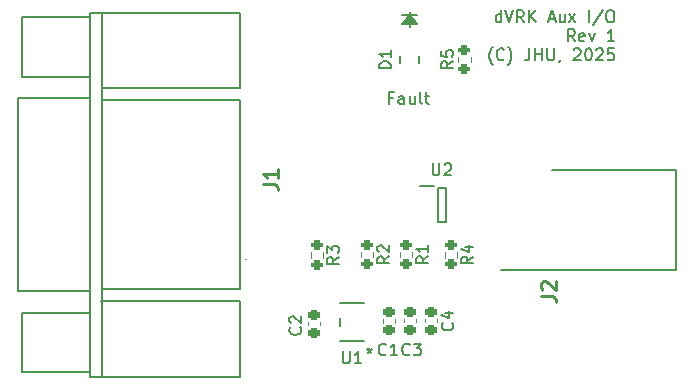
<source format=gto>
G04 #@! TF.GenerationSoftware,KiCad,Pcbnew,9.0.6*
G04 #@! TF.CreationDate,2026-02-17T21:16:07-05:00*
G04 #@! TF.ProjectId,dvrk-ios,6476726b-2d69-46f7-932e-6b696361645f,rev?*
G04 #@! TF.SameCoordinates,Original*
G04 #@! TF.FileFunction,Legend,Top*
G04 #@! TF.FilePolarity,Positive*
%FSLAX46Y46*%
G04 Gerber Fmt 4.6, Leading zero omitted, Abs format (unit mm)*
G04 Created by KiCad (PCBNEW 9.0.6) date 2026-02-17 21:16:07*
%MOMM*%
%LPD*%
G01*
G04 APERTURE LIST*
G04 Aperture macros list*
%AMRoundRect*
0 Rectangle with rounded corners*
0 $1 Rounding radius*
0 $2 $3 $4 $5 $6 $7 $8 $9 X,Y pos of 4 corners*
0 Add a 4 corners polygon primitive as box body*
4,1,4,$2,$3,$4,$5,$6,$7,$8,$9,$2,$3,0*
0 Add four circle primitives for the rounded corners*
1,1,$1+$1,$2,$3*
1,1,$1+$1,$4,$5*
1,1,$1+$1,$6,$7*
1,1,$1+$1,$8,$9*
0 Add four rect primitives between the rounded corners*
20,1,$1+$1,$2,$3,$4,$5,0*
20,1,$1+$1,$4,$5,$6,$7,0*
20,1,$1+$1,$6,$7,$8,$9,0*
20,1,$1+$1,$8,$9,$2,$3,0*%
G04 Aperture macros list end*
%ADD10C,0.200000*%
%ADD11C,0.150000*%
%ADD12C,0.254000*%
%ADD13C,0.120000*%
%ADD14C,0.100000*%
%ADD15C,0.152400*%
%ADD16R,1.575000X1.575000*%
%ADD17C,1.575000*%
%ADD18RoundRect,0.225000X0.250000X-0.225000X0.250000X0.225000X-0.250000X0.225000X-0.250000X-0.225000X0*%
%ADD19R,1.150000X0.600000*%
%ADD20RoundRect,0.200000X-0.275000X0.200000X-0.275000X-0.200000X0.275000X-0.200000X0.275000X0.200000X0*%
%ADD21RoundRect,0.225000X-0.250000X0.225000X-0.250000X-0.225000X0.250000X-0.225000X0.250000X0.225000X0*%
%ADD22R,1.530000X1.530000*%
%ADD23C,1.530000*%
%ADD24C,4.770000*%
%ADD25R,1.450000X1.100001*%
%ADD26R,0.977900X0.508000*%
%ADD27RoundRect,0.200000X0.275000X-0.200000X0.275000X0.200000X-0.275000X0.200000X-0.275000X-0.200000X0*%
G04 APERTURE END LIST*
D10*
X58953006Y-26543409D02*
X58619673Y-26543409D01*
X58619673Y-27067219D02*
X58619673Y-26067219D01*
X58619673Y-26067219D02*
X59095863Y-26067219D01*
X59905387Y-27067219D02*
X59905387Y-26543409D01*
X59905387Y-26543409D02*
X59857768Y-26448171D01*
X59857768Y-26448171D02*
X59762530Y-26400552D01*
X59762530Y-26400552D02*
X59572054Y-26400552D01*
X59572054Y-26400552D02*
X59476816Y-26448171D01*
X59905387Y-27019600D02*
X59810149Y-27067219D01*
X59810149Y-27067219D02*
X59572054Y-27067219D01*
X59572054Y-27067219D02*
X59476816Y-27019600D01*
X59476816Y-27019600D02*
X59429197Y-26924361D01*
X59429197Y-26924361D02*
X59429197Y-26829123D01*
X59429197Y-26829123D02*
X59476816Y-26733885D01*
X59476816Y-26733885D02*
X59572054Y-26686266D01*
X59572054Y-26686266D02*
X59810149Y-26686266D01*
X59810149Y-26686266D02*
X59905387Y-26638647D01*
X60810149Y-26400552D02*
X60810149Y-27067219D01*
X60381578Y-26400552D02*
X60381578Y-26924361D01*
X60381578Y-26924361D02*
X60429197Y-27019600D01*
X60429197Y-27019600D02*
X60524435Y-27067219D01*
X60524435Y-27067219D02*
X60667292Y-27067219D01*
X60667292Y-27067219D02*
X60762530Y-27019600D01*
X60762530Y-27019600D02*
X60810149Y-26971980D01*
X61429197Y-27067219D02*
X61333959Y-27019600D01*
X61333959Y-27019600D02*
X61286340Y-26924361D01*
X61286340Y-26924361D02*
X61286340Y-26067219D01*
X61667293Y-26400552D02*
X62048245Y-26400552D01*
X61810150Y-26067219D02*
X61810150Y-26924361D01*
X61810150Y-26924361D02*
X61857769Y-27019600D01*
X61857769Y-27019600D02*
X61953007Y-27067219D01*
X61953007Y-27067219D02*
X62048245Y-27067219D01*
D11*
X68139410Y-20149931D02*
X68139410Y-19149931D01*
X68139410Y-20102312D02*
X68044172Y-20149931D01*
X68044172Y-20149931D02*
X67853696Y-20149931D01*
X67853696Y-20149931D02*
X67758458Y-20102312D01*
X67758458Y-20102312D02*
X67710839Y-20054692D01*
X67710839Y-20054692D02*
X67663220Y-19959454D01*
X67663220Y-19959454D02*
X67663220Y-19673740D01*
X67663220Y-19673740D02*
X67710839Y-19578502D01*
X67710839Y-19578502D02*
X67758458Y-19530883D01*
X67758458Y-19530883D02*
X67853696Y-19483264D01*
X67853696Y-19483264D02*
X68044172Y-19483264D01*
X68044172Y-19483264D02*
X68139410Y-19530883D01*
X68472744Y-19149931D02*
X68806077Y-20149931D01*
X68806077Y-20149931D02*
X69139410Y-19149931D01*
X70044172Y-20149931D02*
X69710839Y-19673740D01*
X69472744Y-20149931D02*
X69472744Y-19149931D01*
X69472744Y-19149931D02*
X69853696Y-19149931D01*
X69853696Y-19149931D02*
X69948934Y-19197550D01*
X69948934Y-19197550D02*
X69996553Y-19245169D01*
X69996553Y-19245169D02*
X70044172Y-19340407D01*
X70044172Y-19340407D02*
X70044172Y-19483264D01*
X70044172Y-19483264D02*
X69996553Y-19578502D01*
X69996553Y-19578502D02*
X69948934Y-19626121D01*
X69948934Y-19626121D02*
X69853696Y-19673740D01*
X69853696Y-19673740D02*
X69472744Y-19673740D01*
X70472744Y-20149931D02*
X70472744Y-19149931D01*
X71044172Y-20149931D02*
X70615601Y-19578502D01*
X71044172Y-19149931D02*
X70472744Y-19721359D01*
X72187030Y-19864216D02*
X72663220Y-19864216D01*
X72091792Y-20149931D02*
X72425125Y-19149931D01*
X72425125Y-19149931D02*
X72758458Y-20149931D01*
X73520363Y-19483264D02*
X73520363Y-20149931D01*
X73091792Y-19483264D02*
X73091792Y-20007073D01*
X73091792Y-20007073D02*
X73139411Y-20102312D01*
X73139411Y-20102312D02*
X73234649Y-20149931D01*
X73234649Y-20149931D02*
X73377506Y-20149931D01*
X73377506Y-20149931D02*
X73472744Y-20102312D01*
X73472744Y-20102312D02*
X73520363Y-20054692D01*
X73901316Y-20149931D02*
X74425125Y-19483264D01*
X73901316Y-19483264D02*
X74425125Y-20149931D01*
X75567983Y-20149931D02*
X75567983Y-19149931D01*
X76758458Y-19102312D02*
X75901316Y-20388026D01*
X77282268Y-19149931D02*
X77472744Y-19149931D01*
X77472744Y-19149931D02*
X77567982Y-19197550D01*
X77567982Y-19197550D02*
X77663220Y-19292788D01*
X77663220Y-19292788D02*
X77710839Y-19483264D01*
X77710839Y-19483264D02*
X77710839Y-19816597D01*
X77710839Y-19816597D02*
X77663220Y-20007073D01*
X77663220Y-20007073D02*
X77567982Y-20102312D01*
X77567982Y-20102312D02*
X77472744Y-20149931D01*
X77472744Y-20149931D02*
X77282268Y-20149931D01*
X77282268Y-20149931D02*
X77187030Y-20102312D01*
X77187030Y-20102312D02*
X77091792Y-20007073D01*
X77091792Y-20007073D02*
X77044173Y-19816597D01*
X77044173Y-19816597D02*
X77044173Y-19483264D01*
X77044173Y-19483264D02*
X77091792Y-19292788D01*
X77091792Y-19292788D02*
X77187030Y-19197550D01*
X77187030Y-19197550D02*
X77282268Y-19149931D01*
X74377505Y-21759875D02*
X74044172Y-21283684D01*
X73806077Y-21759875D02*
X73806077Y-20759875D01*
X73806077Y-20759875D02*
X74187029Y-20759875D01*
X74187029Y-20759875D02*
X74282267Y-20807494D01*
X74282267Y-20807494D02*
X74329886Y-20855113D01*
X74329886Y-20855113D02*
X74377505Y-20950351D01*
X74377505Y-20950351D02*
X74377505Y-21093208D01*
X74377505Y-21093208D02*
X74329886Y-21188446D01*
X74329886Y-21188446D02*
X74282267Y-21236065D01*
X74282267Y-21236065D02*
X74187029Y-21283684D01*
X74187029Y-21283684D02*
X73806077Y-21283684D01*
X75187029Y-21712256D02*
X75091791Y-21759875D01*
X75091791Y-21759875D02*
X74901315Y-21759875D01*
X74901315Y-21759875D02*
X74806077Y-21712256D01*
X74806077Y-21712256D02*
X74758458Y-21617017D01*
X74758458Y-21617017D02*
X74758458Y-21236065D01*
X74758458Y-21236065D02*
X74806077Y-21140827D01*
X74806077Y-21140827D02*
X74901315Y-21093208D01*
X74901315Y-21093208D02*
X75091791Y-21093208D01*
X75091791Y-21093208D02*
X75187029Y-21140827D01*
X75187029Y-21140827D02*
X75234648Y-21236065D01*
X75234648Y-21236065D02*
X75234648Y-21331303D01*
X75234648Y-21331303D02*
X74758458Y-21426541D01*
X75567982Y-21093208D02*
X75806077Y-21759875D01*
X75806077Y-21759875D02*
X76044172Y-21093208D01*
X77710839Y-21759875D02*
X77139411Y-21759875D01*
X77425125Y-21759875D02*
X77425125Y-20759875D01*
X77425125Y-20759875D02*
X77329887Y-20902732D01*
X77329887Y-20902732D02*
X77234649Y-20997970D01*
X77234649Y-20997970D02*
X77139411Y-21045589D01*
X67425124Y-23750771D02*
X67377505Y-23703152D01*
X67377505Y-23703152D02*
X67282267Y-23560295D01*
X67282267Y-23560295D02*
X67234648Y-23465057D01*
X67234648Y-23465057D02*
X67187029Y-23322200D01*
X67187029Y-23322200D02*
X67139410Y-23084104D01*
X67139410Y-23084104D02*
X67139410Y-22893628D01*
X67139410Y-22893628D02*
X67187029Y-22655533D01*
X67187029Y-22655533D02*
X67234648Y-22512676D01*
X67234648Y-22512676D02*
X67282267Y-22417438D01*
X67282267Y-22417438D02*
X67377505Y-22274580D01*
X67377505Y-22274580D02*
X67425124Y-22226961D01*
X68377505Y-23274580D02*
X68329886Y-23322200D01*
X68329886Y-23322200D02*
X68187029Y-23369819D01*
X68187029Y-23369819D02*
X68091791Y-23369819D01*
X68091791Y-23369819D02*
X67948934Y-23322200D01*
X67948934Y-23322200D02*
X67853696Y-23226961D01*
X67853696Y-23226961D02*
X67806077Y-23131723D01*
X67806077Y-23131723D02*
X67758458Y-22941247D01*
X67758458Y-22941247D02*
X67758458Y-22798390D01*
X67758458Y-22798390D02*
X67806077Y-22607914D01*
X67806077Y-22607914D02*
X67853696Y-22512676D01*
X67853696Y-22512676D02*
X67948934Y-22417438D01*
X67948934Y-22417438D02*
X68091791Y-22369819D01*
X68091791Y-22369819D02*
X68187029Y-22369819D01*
X68187029Y-22369819D02*
X68329886Y-22417438D01*
X68329886Y-22417438D02*
X68377505Y-22465057D01*
X68710839Y-23750771D02*
X68758458Y-23703152D01*
X68758458Y-23703152D02*
X68853696Y-23560295D01*
X68853696Y-23560295D02*
X68901315Y-23465057D01*
X68901315Y-23465057D02*
X68948934Y-23322200D01*
X68948934Y-23322200D02*
X68996553Y-23084104D01*
X68996553Y-23084104D02*
X68996553Y-22893628D01*
X68996553Y-22893628D02*
X68948934Y-22655533D01*
X68948934Y-22655533D02*
X68901315Y-22512676D01*
X68901315Y-22512676D02*
X68853696Y-22417438D01*
X68853696Y-22417438D02*
X68758458Y-22274580D01*
X68758458Y-22274580D02*
X68710839Y-22226961D01*
X70520363Y-22369819D02*
X70520363Y-23084104D01*
X70520363Y-23084104D02*
X70472744Y-23226961D01*
X70472744Y-23226961D02*
X70377506Y-23322200D01*
X70377506Y-23322200D02*
X70234649Y-23369819D01*
X70234649Y-23369819D02*
X70139411Y-23369819D01*
X70996554Y-23369819D02*
X70996554Y-22369819D01*
X70996554Y-22846009D02*
X71567982Y-22846009D01*
X71567982Y-23369819D02*
X71567982Y-22369819D01*
X72044173Y-22369819D02*
X72044173Y-23179342D01*
X72044173Y-23179342D02*
X72091792Y-23274580D01*
X72091792Y-23274580D02*
X72139411Y-23322200D01*
X72139411Y-23322200D02*
X72234649Y-23369819D01*
X72234649Y-23369819D02*
X72425125Y-23369819D01*
X72425125Y-23369819D02*
X72520363Y-23322200D01*
X72520363Y-23322200D02*
X72567982Y-23274580D01*
X72567982Y-23274580D02*
X72615601Y-23179342D01*
X72615601Y-23179342D02*
X72615601Y-22369819D01*
X73139411Y-23322200D02*
X73139411Y-23369819D01*
X73139411Y-23369819D02*
X73091792Y-23465057D01*
X73091792Y-23465057D02*
X73044173Y-23512676D01*
X74282268Y-22465057D02*
X74329887Y-22417438D01*
X74329887Y-22417438D02*
X74425125Y-22369819D01*
X74425125Y-22369819D02*
X74663220Y-22369819D01*
X74663220Y-22369819D02*
X74758458Y-22417438D01*
X74758458Y-22417438D02*
X74806077Y-22465057D01*
X74806077Y-22465057D02*
X74853696Y-22560295D01*
X74853696Y-22560295D02*
X74853696Y-22655533D01*
X74853696Y-22655533D02*
X74806077Y-22798390D01*
X74806077Y-22798390D02*
X74234649Y-23369819D01*
X74234649Y-23369819D02*
X74853696Y-23369819D01*
X75472744Y-22369819D02*
X75567982Y-22369819D01*
X75567982Y-22369819D02*
X75663220Y-22417438D01*
X75663220Y-22417438D02*
X75710839Y-22465057D01*
X75710839Y-22465057D02*
X75758458Y-22560295D01*
X75758458Y-22560295D02*
X75806077Y-22750771D01*
X75806077Y-22750771D02*
X75806077Y-22988866D01*
X75806077Y-22988866D02*
X75758458Y-23179342D01*
X75758458Y-23179342D02*
X75710839Y-23274580D01*
X75710839Y-23274580D02*
X75663220Y-23322200D01*
X75663220Y-23322200D02*
X75567982Y-23369819D01*
X75567982Y-23369819D02*
X75472744Y-23369819D01*
X75472744Y-23369819D02*
X75377506Y-23322200D01*
X75377506Y-23322200D02*
X75329887Y-23274580D01*
X75329887Y-23274580D02*
X75282268Y-23179342D01*
X75282268Y-23179342D02*
X75234649Y-22988866D01*
X75234649Y-22988866D02*
X75234649Y-22750771D01*
X75234649Y-22750771D02*
X75282268Y-22560295D01*
X75282268Y-22560295D02*
X75329887Y-22465057D01*
X75329887Y-22465057D02*
X75377506Y-22417438D01*
X75377506Y-22417438D02*
X75472744Y-22369819D01*
X76187030Y-22465057D02*
X76234649Y-22417438D01*
X76234649Y-22417438D02*
X76329887Y-22369819D01*
X76329887Y-22369819D02*
X76567982Y-22369819D01*
X76567982Y-22369819D02*
X76663220Y-22417438D01*
X76663220Y-22417438D02*
X76710839Y-22465057D01*
X76710839Y-22465057D02*
X76758458Y-22560295D01*
X76758458Y-22560295D02*
X76758458Y-22655533D01*
X76758458Y-22655533D02*
X76710839Y-22798390D01*
X76710839Y-22798390D02*
X76139411Y-23369819D01*
X76139411Y-23369819D02*
X76758458Y-23369819D01*
X77663220Y-22369819D02*
X77187030Y-22369819D01*
X77187030Y-22369819D02*
X77139411Y-22846009D01*
X77139411Y-22846009D02*
X77187030Y-22798390D01*
X77187030Y-22798390D02*
X77282268Y-22750771D01*
X77282268Y-22750771D02*
X77520363Y-22750771D01*
X77520363Y-22750771D02*
X77615601Y-22798390D01*
X77615601Y-22798390D02*
X77663220Y-22846009D01*
X77663220Y-22846009D02*
X77710839Y-22941247D01*
X77710839Y-22941247D02*
X77710839Y-23179342D01*
X77710839Y-23179342D02*
X77663220Y-23274580D01*
X77663220Y-23274580D02*
X77615601Y-23322200D01*
X77615601Y-23322200D02*
X77520363Y-23369819D01*
X77520363Y-23369819D02*
X77282268Y-23369819D01*
X77282268Y-23369819D02*
X77187030Y-23322200D01*
X77187030Y-23322200D02*
X77139411Y-23274580D01*
D12*
X71504318Y-43323332D02*
X72411461Y-43323332D01*
X72411461Y-43323332D02*
X72592889Y-43383809D01*
X72592889Y-43383809D02*
X72713842Y-43504761D01*
X72713842Y-43504761D02*
X72774318Y-43686190D01*
X72774318Y-43686190D02*
X72774318Y-43807142D01*
X71625270Y-42779047D02*
X71564794Y-42718571D01*
X71564794Y-42718571D02*
X71504318Y-42597618D01*
X71504318Y-42597618D02*
X71504318Y-42295237D01*
X71504318Y-42295237D02*
X71564794Y-42174285D01*
X71564794Y-42174285D02*
X71625270Y-42113809D01*
X71625270Y-42113809D02*
X71746222Y-42053332D01*
X71746222Y-42053332D02*
X71867175Y-42053332D01*
X71867175Y-42053332D02*
X72048603Y-42113809D01*
X72048603Y-42113809D02*
X72774318Y-42839523D01*
X72774318Y-42839523D02*
X72774318Y-42053332D01*
D11*
X51109580Y-45982246D02*
X51157200Y-46029865D01*
X51157200Y-46029865D02*
X51204819Y-46172722D01*
X51204819Y-46172722D02*
X51204819Y-46267960D01*
X51204819Y-46267960D02*
X51157200Y-46410817D01*
X51157200Y-46410817D02*
X51061961Y-46506055D01*
X51061961Y-46506055D02*
X50966723Y-46553674D01*
X50966723Y-46553674D02*
X50776247Y-46601293D01*
X50776247Y-46601293D02*
X50633390Y-46601293D01*
X50633390Y-46601293D02*
X50442914Y-46553674D01*
X50442914Y-46553674D02*
X50347676Y-46506055D01*
X50347676Y-46506055D02*
X50252438Y-46410817D01*
X50252438Y-46410817D02*
X50204819Y-46267960D01*
X50204819Y-46267960D02*
X50204819Y-46172722D01*
X50204819Y-46172722D02*
X50252438Y-46029865D01*
X50252438Y-46029865D02*
X50300057Y-45982246D01*
X50300057Y-45601293D02*
X50252438Y-45553674D01*
X50252438Y-45553674D02*
X50204819Y-45458436D01*
X50204819Y-45458436D02*
X50204819Y-45220341D01*
X50204819Y-45220341D02*
X50252438Y-45125103D01*
X50252438Y-45125103D02*
X50300057Y-45077484D01*
X50300057Y-45077484D02*
X50395295Y-45029865D01*
X50395295Y-45029865D02*
X50490533Y-45029865D01*
X50490533Y-45029865D02*
X50633390Y-45077484D01*
X50633390Y-45077484D02*
X51204819Y-45648912D01*
X51204819Y-45648912D02*
X51204819Y-45029865D01*
X62338095Y-32104819D02*
X62338095Y-32914342D01*
X62338095Y-32914342D02*
X62385714Y-33009580D01*
X62385714Y-33009580D02*
X62433333Y-33057200D01*
X62433333Y-33057200D02*
X62528571Y-33104819D01*
X62528571Y-33104819D02*
X62719047Y-33104819D01*
X62719047Y-33104819D02*
X62814285Y-33057200D01*
X62814285Y-33057200D02*
X62861904Y-33009580D01*
X62861904Y-33009580D02*
X62909523Y-32914342D01*
X62909523Y-32914342D02*
X62909523Y-32104819D01*
X63338095Y-32200057D02*
X63385714Y-32152438D01*
X63385714Y-32152438D02*
X63480952Y-32104819D01*
X63480952Y-32104819D02*
X63719047Y-32104819D01*
X63719047Y-32104819D02*
X63814285Y-32152438D01*
X63814285Y-32152438D02*
X63861904Y-32200057D01*
X63861904Y-32200057D02*
X63909523Y-32295295D01*
X63909523Y-32295295D02*
X63909523Y-32390533D01*
X63909523Y-32390533D02*
X63861904Y-32533390D01*
X63861904Y-32533390D02*
X63290476Y-33104819D01*
X63290476Y-33104819D02*
X63909523Y-33104819D01*
X65754769Y-39996716D02*
X65278578Y-40330049D01*
X65754769Y-40568144D02*
X64754769Y-40568144D01*
X64754769Y-40568144D02*
X64754769Y-40187192D01*
X64754769Y-40187192D02*
X64802388Y-40091954D01*
X64802388Y-40091954D02*
X64850007Y-40044335D01*
X64850007Y-40044335D02*
X64945245Y-39996716D01*
X64945245Y-39996716D02*
X65088102Y-39996716D01*
X65088102Y-39996716D02*
X65183340Y-40044335D01*
X65183340Y-40044335D02*
X65230959Y-40091954D01*
X65230959Y-40091954D02*
X65278578Y-40187192D01*
X65278578Y-40187192D02*
X65278578Y-40568144D01*
X65088102Y-39139573D02*
X65754769Y-39139573D01*
X64707150Y-39377668D02*
X65421435Y-39615763D01*
X65421435Y-39615763D02*
X65421435Y-38996716D01*
X54404769Y-40021716D02*
X53928578Y-40355049D01*
X54404769Y-40593144D02*
X53404769Y-40593144D01*
X53404769Y-40593144D02*
X53404769Y-40212192D01*
X53404769Y-40212192D02*
X53452388Y-40116954D01*
X53452388Y-40116954D02*
X53500007Y-40069335D01*
X53500007Y-40069335D02*
X53595245Y-40021716D01*
X53595245Y-40021716D02*
X53738102Y-40021716D01*
X53738102Y-40021716D02*
X53833340Y-40069335D01*
X53833340Y-40069335D02*
X53880959Y-40116954D01*
X53880959Y-40116954D02*
X53928578Y-40212192D01*
X53928578Y-40212192D02*
X53928578Y-40593144D01*
X53404769Y-39688382D02*
X53404769Y-39069335D01*
X53404769Y-39069335D02*
X53785721Y-39402668D01*
X53785721Y-39402668D02*
X53785721Y-39259811D01*
X53785721Y-39259811D02*
X53833340Y-39164573D01*
X53833340Y-39164573D02*
X53880959Y-39116954D01*
X53880959Y-39116954D02*
X53976197Y-39069335D01*
X53976197Y-39069335D02*
X54214292Y-39069335D01*
X54214292Y-39069335D02*
X54309530Y-39116954D01*
X54309530Y-39116954D02*
X54357150Y-39164573D01*
X54357150Y-39164573D02*
X54404769Y-39259811D01*
X54404769Y-39259811D02*
X54404769Y-39545525D01*
X54404769Y-39545525D02*
X54357150Y-39640763D01*
X54357150Y-39640763D02*
X54309530Y-39688382D01*
X58383333Y-48259580D02*
X58335714Y-48307200D01*
X58335714Y-48307200D02*
X58192857Y-48354819D01*
X58192857Y-48354819D02*
X58097619Y-48354819D01*
X58097619Y-48354819D02*
X57954762Y-48307200D01*
X57954762Y-48307200D02*
X57859524Y-48211961D01*
X57859524Y-48211961D02*
X57811905Y-48116723D01*
X57811905Y-48116723D02*
X57764286Y-47926247D01*
X57764286Y-47926247D02*
X57764286Y-47783390D01*
X57764286Y-47783390D02*
X57811905Y-47592914D01*
X57811905Y-47592914D02*
X57859524Y-47497676D01*
X57859524Y-47497676D02*
X57954762Y-47402438D01*
X57954762Y-47402438D02*
X58097619Y-47354819D01*
X58097619Y-47354819D02*
X58192857Y-47354819D01*
X58192857Y-47354819D02*
X58335714Y-47402438D01*
X58335714Y-47402438D02*
X58383333Y-47450057D01*
X59335714Y-48354819D02*
X58764286Y-48354819D01*
X59050000Y-48354819D02*
X59050000Y-47354819D01*
X59050000Y-47354819D02*
X58954762Y-47497676D01*
X58954762Y-47497676D02*
X58859524Y-47592914D01*
X58859524Y-47592914D02*
X58764286Y-47640533D01*
D12*
X47954318Y-33873332D02*
X48861461Y-33873332D01*
X48861461Y-33873332D02*
X49042889Y-33933809D01*
X49042889Y-33933809D02*
X49163842Y-34054761D01*
X49163842Y-34054761D02*
X49224318Y-34236190D01*
X49224318Y-34236190D02*
X49224318Y-34357142D01*
X49224318Y-32603332D02*
X49224318Y-33329047D01*
X49224318Y-32966190D02*
X47954318Y-32966190D01*
X47954318Y-32966190D02*
X48135746Y-33087142D01*
X48135746Y-33087142D02*
X48256699Y-33208094D01*
X48256699Y-33208094D02*
X48317175Y-33329047D01*
D11*
X58804819Y-24038094D02*
X57804819Y-24038094D01*
X57804819Y-24038094D02*
X57804819Y-23799999D01*
X57804819Y-23799999D02*
X57852438Y-23657142D01*
X57852438Y-23657142D02*
X57947676Y-23561904D01*
X57947676Y-23561904D02*
X58042914Y-23514285D01*
X58042914Y-23514285D02*
X58233390Y-23466666D01*
X58233390Y-23466666D02*
X58376247Y-23466666D01*
X58376247Y-23466666D02*
X58566723Y-23514285D01*
X58566723Y-23514285D02*
X58661961Y-23561904D01*
X58661961Y-23561904D02*
X58757200Y-23657142D01*
X58757200Y-23657142D02*
X58804819Y-23799999D01*
X58804819Y-23799999D02*
X58804819Y-24038094D01*
X58804819Y-22514285D02*
X58804819Y-23085713D01*
X58804819Y-22799999D02*
X57804819Y-22799999D01*
X57804819Y-22799999D02*
X57947676Y-22895237D01*
X57947676Y-22895237D02*
X58042914Y-22990475D01*
X58042914Y-22990475D02*
X58090533Y-23085713D01*
X61954769Y-39971716D02*
X61478578Y-40305049D01*
X61954769Y-40543144D02*
X60954769Y-40543144D01*
X60954769Y-40543144D02*
X60954769Y-40162192D01*
X60954769Y-40162192D02*
X61002388Y-40066954D01*
X61002388Y-40066954D02*
X61050007Y-40019335D01*
X61050007Y-40019335D02*
X61145245Y-39971716D01*
X61145245Y-39971716D02*
X61288102Y-39971716D01*
X61288102Y-39971716D02*
X61383340Y-40019335D01*
X61383340Y-40019335D02*
X61430959Y-40066954D01*
X61430959Y-40066954D02*
X61478578Y-40162192D01*
X61478578Y-40162192D02*
X61478578Y-40543144D01*
X61954769Y-39019335D02*
X61954769Y-39590763D01*
X61954769Y-39305049D02*
X60954769Y-39305049D01*
X60954769Y-39305049D02*
X61097626Y-39400287D01*
X61097626Y-39400287D02*
X61192864Y-39495525D01*
X61192864Y-39495525D02*
X61240483Y-39590763D01*
X54735344Y-48004819D02*
X54735344Y-48814342D01*
X54735344Y-48814342D02*
X54782963Y-48909580D01*
X54782963Y-48909580D02*
X54830582Y-48957200D01*
X54830582Y-48957200D02*
X54925820Y-49004819D01*
X54925820Y-49004819D02*
X55116296Y-49004819D01*
X55116296Y-49004819D02*
X55211534Y-48957200D01*
X55211534Y-48957200D02*
X55259153Y-48909580D01*
X55259153Y-48909580D02*
X55306772Y-48814342D01*
X55306772Y-48814342D02*
X55306772Y-48004819D01*
X56306772Y-49004819D02*
X55735344Y-49004819D01*
X56021058Y-49004819D02*
X56021058Y-48004819D01*
X56021058Y-48004819D02*
X55925820Y-48147676D01*
X55925820Y-48147676D02*
X55830582Y-48242914D01*
X55830582Y-48242914D02*
X55735344Y-48290533D01*
X56973641Y-47709927D02*
X56973641Y-47948022D01*
X56735546Y-47852784D02*
X56973641Y-47948022D01*
X56973641Y-47948022D02*
X57211736Y-47852784D01*
X56830784Y-48138498D02*
X56973641Y-47948022D01*
X56973641Y-47948022D02*
X57116498Y-48138498D01*
X63989580Y-45591666D02*
X64037200Y-45639285D01*
X64037200Y-45639285D02*
X64084819Y-45782142D01*
X64084819Y-45782142D02*
X64084819Y-45877380D01*
X64084819Y-45877380D02*
X64037200Y-46020237D01*
X64037200Y-46020237D02*
X63941961Y-46115475D01*
X63941961Y-46115475D02*
X63846723Y-46163094D01*
X63846723Y-46163094D02*
X63656247Y-46210713D01*
X63656247Y-46210713D02*
X63513390Y-46210713D01*
X63513390Y-46210713D02*
X63322914Y-46163094D01*
X63322914Y-46163094D02*
X63227676Y-46115475D01*
X63227676Y-46115475D02*
X63132438Y-46020237D01*
X63132438Y-46020237D02*
X63084819Y-45877380D01*
X63084819Y-45877380D02*
X63084819Y-45782142D01*
X63084819Y-45782142D02*
X63132438Y-45639285D01*
X63132438Y-45639285D02*
X63180057Y-45591666D01*
X63418152Y-44734523D02*
X64084819Y-44734523D01*
X63037200Y-44972618D02*
X63751485Y-45210713D01*
X63751485Y-45210713D02*
X63751485Y-44591666D01*
X64049819Y-23466666D02*
X63573628Y-23799999D01*
X64049819Y-24038094D02*
X63049819Y-24038094D01*
X63049819Y-24038094D02*
X63049819Y-23657142D01*
X63049819Y-23657142D02*
X63097438Y-23561904D01*
X63097438Y-23561904D02*
X63145057Y-23514285D01*
X63145057Y-23514285D02*
X63240295Y-23466666D01*
X63240295Y-23466666D02*
X63383152Y-23466666D01*
X63383152Y-23466666D02*
X63478390Y-23514285D01*
X63478390Y-23514285D02*
X63526009Y-23561904D01*
X63526009Y-23561904D02*
X63573628Y-23657142D01*
X63573628Y-23657142D02*
X63573628Y-24038094D01*
X63049819Y-22561904D02*
X63049819Y-23038094D01*
X63049819Y-23038094D02*
X63526009Y-23085713D01*
X63526009Y-23085713D02*
X63478390Y-23038094D01*
X63478390Y-23038094D02*
X63430771Y-22942856D01*
X63430771Y-22942856D02*
X63430771Y-22704761D01*
X63430771Y-22704761D02*
X63478390Y-22609523D01*
X63478390Y-22609523D02*
X63526009Y-22561904D01*
X63526009Y-22561904D02*
X63621247Y-22514285D01*
X63621247Y-22514285D02*
X63859342Y-22514285D01*
X63859342Y-22514285D02*
X63954580Y-22561904D01*
X63954580Y-22561904D02*
X64002200Y-22609523D01*
X64002200Y-22609523D02*
X64049819Y-22704761D01*
X64049819Y-22704761D02*
X64049819Y-22942856D01*
X64049819Y-22942856D02*
X64002200Y-23038094D01*
X64002200Y-23038094D02*
X63954580Y-23085713D01*
X60383333Y-48259580D02*
X60335714Y-48307200D01*
X60335714Y-48307200D02*
X60192857Y-48354819D01*
X60192857Y-48354819D02*
X60097619Y-48354819D01*
X60097619Y-48354819D02*
X59954762Y-48307200D01*
X59954762Y-48307200D02*
X59859524Y-48211961D01*
X59859524Y-48211961D02*
X59811905Y-48116723D01*
X59811905Y-48116723D02*
X59764286Y-47926247D01*
X59764286Y-47926247D02*
X59764286Y-47783390D01*
X59764286Y-47783390D02*
X59811905Y-47592914D01*
X59811905Y-47592914D02*
X59859524Y-47497676D01*
X59859524Y-47497676D02*
X59954762Y-47402438D01*
X59954762Y-47402438D02*
X60097619Y-47354819D01*
X60097619Y-47354819D02*
X60192857Y-47354819D01*
X60192857Y-47354819D02*
X60335714Y-47402438D01*
X60335714Y-47402438D02*
X60383333Y-47450057D01*
X60716667Y-47354819D02*
X61335714Y-47354819D01*
X61335714Y-47354819D02*
X61002381Y-47735771D01*
X61002381Y-47735771D02*
X61145238Y-47735771D01*
X61145238Y-47735771D02*
X61240476Y-47783390D01*
X61240476Y-47783390D02*
X61288095Y-47831009D01*
X61288095Y-47831009D02*
X61335714Y-47926247D01*
X61335714Y-47926247D02*
X61335714Y-48164342D01*
X61335714Y-48164342D02*
X61288095Y-48259580D01*
X61288095Y-48259580D02*
X61240476Y-48307200D01*
X61240476Y-48307200D02*
X61145238Y-48354819D01*
X61145238Y-48354819D02*
X60859524Y-48354819D01*
X60859524Y-48354819D02*
X60764286Y-48307200D01*
X60764286Y-48307200D02*
X60716667Y-48259580D01*
X58654769Y-39971716D02*
X58178578Y-40305049D01*
X58654769Y-40543144D02*
X57654769Y-40543144D01*
X57654769Y-40543144D02*
X57654769Y-40162192D01*
X57654769Y-40162192D02*
X57702388Y-40066954D01*
X57702388Y-40066954D02*
X57750007Y-40019335D01*
X57750007Y-40019335D02*
X57845245Y-39971716D01*
X57845245Y-39971716D02*
X57988102Y-39971716D01*
X57988102Y-39971716D02*
X58083340Y-40019335D01*
X58083340Y-40019335D02*
X58130959Y-40066954D01*
X58130959Y-40066954D02*
X58178578Y-40162192D01*
X58178578Y-40162192D02*
X58178578Y-40543144D01*
X57750007Y-39590763D02*
X57702388Y-39543144D01*
X57702388Y-39543144D02*
X57654769Y-39447906D01*
X57654769Y-39447906D02*
X57654769Y-39209811D01*
X57654769Y-39209811D02*
X57702388Y-39114573D01*
X57702388Y-39114573D02*
X57750007Y-39066954D01*
X57750007Y-39066954D02*
X57845245Y-39019335D01*
X57845245Y-39019335D02*
X57940483Y-39019335D01*
X57940483Y-39019335D02*
X58083340Y-39066954D01*
X58083340Y-39066954D02*
X58654769Y-39638382D01*
X58654769Y-39638382D02*
X58654769Y-39019335D01*
D10*
X68150000Y-41150000D02*
X82900000Y-41150000D01*
X82900000Y-32650000D02*
X72400000Y-32650000D01*
X82900000Y-41150000D02*
X82900000Y-32650000D01*
D13*
X51790000Y-45815580D02*
X51790000Y-45534420D01*
X52810000Y-45815580D02*
X52810000Y-45534420D01*
D10*
X61275000Y-34000000D02*
X62425000Y-34000000D01*
X62775000Y-34150000D02*
X63425000Y-34150000D01*
X62775000Y-37050000D02*
X62775000Y-34150000D01*
X63425000Y-34150000D02*
X63425000Y-37050000D01*
X63425000Y-37050000D02*
X62775000Y-37050000D01*
D13*
X63347450Y-39592792D02*
X63347450Y-40067308D01*
X64392450Y-39592792D02*
X64392450Y-40067308D01*
X51997450Y-39617792D02*
X51997450Y-40092308D01*
X53042450Y-39617792D02*
X53042450Y-40092308D01*
X58087249Y-45296919D02*
X58087249Y-45578079D01*
X59107249Y-45296919D02*
X59107249Y-45578079D01*
D10*
X27200000Y-26580000D02*
X27200000Y-42910000D01*
X27200000Y-42910000D02*
X33350000Y-42910000D01*
X27560000Y-19745000D02*
X33350000Y-19745000D01*
X27560000Y-24745000D02*
X27560000Y-19745000D01*
X27560000Y-44745000D02*
X27560000Y-49745000D01*
X27560000Y-49745000D02*
X33350000Y-49745000D01*
X33350000Y-19340000D02*
X34350000Y-19340000D01*
X33350000Y-24745000D02*
X27560000Y-24745000D01*
X33350000Y-26580000D02*
X27200000Y-26580000D01*
X33350000Y-44745000D02*
X27560000Y-44745000D01*
X33350000Y-50150000D02*
X33350000Y-19340000D01*
X34270000Y-19340000D02*
X46050000Y-19340000D01*
X34350000Y-19340000D02*
X34350000Y-50150000D01*
X34350000Y-25745000D02*
X34350000Y-25745000D01*
X34350000Y-26745000D02*
X46050000Y-26745000D01*
X34350000Y-50150000D02*
X33350000Y-50150000D01*
X34350000Y-50150000D02*
X46050000Y-50150000D01*
X46050000Y-19340000D02*
X46050000Y-25745000D01*
X46050000Y-25745000D02*
X34350000Y-25745000D01*
X46050000Y-26745000D02*
X46050000Y-42745000D01*
X46050000Y-42745000D02*
X34350000Y-42745000D01*
X46050000Y-43745000D02*
X34270000Y-43745000D01*
X46050000Y-50150000D02*
X46050000Y-43745000D01*
D14*
X46470000Y-40225000D02*
X46470000Y-40225000D01*
X46570000Y-40225000D02*
X46570000Y-40225000D01*
X46470000Y-40225000D02*
G75*
G02*
X46570000Y-40225000I50000J0D01*
G01*
X46570000Y-40225000D02*
G75*
G02*
X46470000Y-40225000I-50000J0D01*
G01*
D15*
X59599900Y-23024154D02*
X59599900Y-23575846D01*
X60400000Y-19568000D02*
X59765000Y-20330000D01*
X60400000Y-19568000D02*
X59892000Y-20330000D01*
X60400000Y-19568000D02*
X60019000Y-20330000D01*
X60400000Y-19568000D02*
X60146000Y-20330000D01*
X60400000Y-19568000D02*
X60273000Y-20330000D01*
X60400000Y-19568000D02*
X60527000Y-20330000D01*
X60400000Y-19568000D02*
X60654000Y-20330000D01*
X60400000Y-19568000D02*
X60781000Y-20330000D01*
X60400000Y-19568000D02*
X60908000Y-20330000D01*
X60400000Y-19568000D02*
X61035000Y-20330000D01*
X60400000Y-20584000D02*
X60400000Y-19314000D01*
X61035000Y-19568000D02*
X59765000Y-19568000D01*
X61035000Y-20330000D02*
X59765000Y-20330000D01*
X61200100Y-23575846D02*
X61200100Y-23024154D01*
D13*
X59547450Y-39567792D02*
X59547450Y-40042308D01*
X60592450Y-39567792D02*
X60592450Y-40042308D01*
D15*
X54493949Y-45174238D02*
X54493949Y-45900760D01*
X54493949Y-47175799D02*
X56500549Y-47175799D01*
X56500549Y-43899199D02*
X54493949Y-43899199D01*
D13*
X61690000Y-45284420D02*
X61690000Y-45565580D01*
X62710000Y-45284420D02*
X62710000Y-45565580D01*
X64502500Y-23537258D02*
X64502500Y-23062742D01*
X65547500Y-23537258D02*
X65547500Y-23062742D01*
X59890000Y-45284420D02*
X59890000Y-45565580D01*
X60910000Y-45284420D02*
X60910000Y-45565580D01*
X56247450Y-39567792D02*
X56247450Y-40042308D01*
X57292450Y-39567792D02*
X57292450Y-40042308D01*
%LPC*%
D16*
X68150000Y-39150000D03*
D17*
X70150000Y-39150000D03*
X68150000Y-37150000D03*
X70150000Y-37150000D03*
X68150000Y-35150000D03*
X70150000Y-35150000D03*
D18*
X52300000Y-46450000D03*
X52300000Y-44900000D03*
D19*
X61850000Y-34650000D03*
X61850000Y-35600000D03*
X61850000Y-36550000D03*
X64350000Y-36550000D03*
X64350000Y-35600000D03*
X64350000Y-34650000D03*
D20*
X63869950Y-39005050D03*
X63869950Y-40655050D03*
X52519950Y-39030050D03*
X52519950Y-40680050D03*
D21*
X58597249Y-44662499D03*
X58597249Y-46212499D03*
D22*
X44270000Y-40225000D03*
D23*
X44270000Y-37485000D03*
X44270000Y-34745000D03*
X44270000Y-32005000D03*
X44270000Y-29265000D03*
X41430000Y-38855000D03*
X41430000Y-36115000D03*
X41430000Y-33375000D03*
X41430000Y-30635000D03*
D24*
X42850000Y-47240000D03*
X42850000Y-22250000D03*
D25*
X60400000Y-22150000D03*
X60400000Y-24450000D03*
D20*
X60069950Y-38980050D03*
X60069950Y-40630050D03*
D26*
X56862499Y-46487500D03*
X56862499Y-45537499D03*
X56862499Y-44587498D03*
X54131999Y-44587498D03*
X54131999Y-46487500D03*
D21*
X62200000Y-44650000D03*
X62200000Y-46200000D03*
D27*
X65025000Y-24125000D03*
X65025000Y-22475000D03*
D21*
X60400000Y-44650000D03*
X60400000Y-46200000D03*
D20*
X56769950Y-38980050D03*
X56769950Y-40630050D03*
%LPD*%
M02*

</source>
